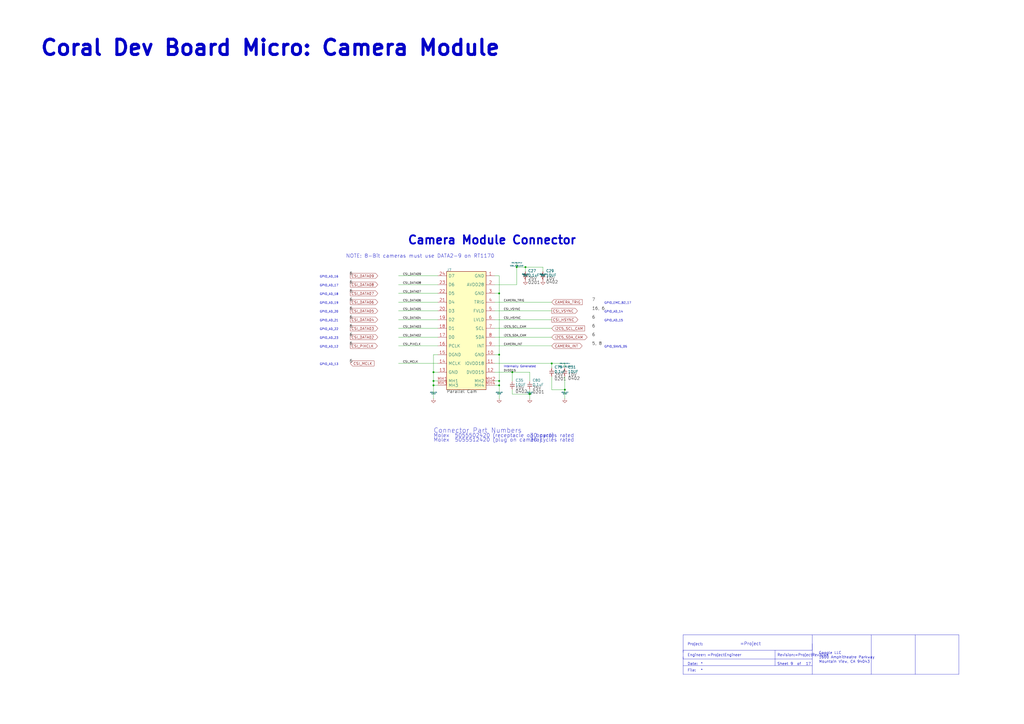
<source format=kicad_sch>
(kicad_sch (version 20230121) (generator eeschema)
  (paper "A2")
  (title_block (title "09 Parallel Camera-SchDoc") (date "31 01 2024"))
  (lib_symbols
    (symbol "09 Parallel Camera-SchDoc-rescue:1087-" (pin_names (offset 1.016))
      (property "Reference" "J" (at 0 0 0))
      (property "Value" "1087" (at 0 0 0))
      (symbol "1087-_0_1"
        (rectangle (start 0 -68.58) (end 22.86 0) (stroke (width 0.254)) (fill (type background)))
        (pin passive line (at 27.94 -2.54 180) (length 5.08) (name "GND") (number "1"))
        (pin passive line (at 27.94 -48.26 180) (length 5.08) (name "GND") (number "10"))
        (pin passive line (at 27.94 -53.34 180) (length 5.08) (name "IOVDD18") (number "11"))
        (pin passive line (at 27.94 -58.42 180) (length 5.08) (name "DVDD15") (number "12"))
        (pin passive line (at -5.08 -58.42 0) (length 5.08) (name "GND") (number "13"))
        (pin passive line (at -5.08 -53.34 0) (length 5.08) (name "MCLK") (number "14"))
        (pin passive line (at -5.08 -48.26 0) (length 5.08) (name "DGND") (number "15"))
        (pin passive line (at -5.08 -43.18 0) (length 5.08) (name "PCLK") (number "16"))
        (pin passive line (at -5.08 -38.1 0) (length 5.08) (name "D0") (number "17"))
        (pin passive line (at -5.08 -33.02 0) (length 5.08) (name "D1") (number "18"))
        (pin passive line (at -5.08 -27.94 0) (length 5.08) (name "D2") (number "19"))
        (pin passive line (at 27.94 -7.62 180) (length 5.08) (name "AVDD28") (number "2"))
        (pin passive line (at -5.08 -22.86 0) (length 5.08) (name "D3") (number "20"))
        (pin passive line (at -5.08 -17.78 0) (length 5.08) (name "D4") (number "21"))
        (pin passive line (at -5.08 -12.7 0) (length 5.08) (name "D5") (number "22"))
        (pin passive line (at -5.08 -7.62 0) (length 5.08) (name "D6") (number "23"))
        (pin passive line (at -5.08 -2.54 0) (length 5.08) (name "D7") (number "24"))
        (pin passive line (at 27.94 -12.7 180) (length 5.08) (name "GND") (number "3"))
        (pin passive line (at 27.94 -17.78 180) (length 5.08) (name "TRIG") (number "4"))
        (pin passive line (at 27.94 -22.86 180) (length 5.08) (name "FVLD") (number "5"))
        (pin passive line (at 27.94 -27.94 180) (length 5.08) (name "LVLD") (number "6"))
        (pin passive line (at 27.94 -33.02 180) (length 5.08) (name "SCL") (number "7"))
        (pin passive line (at 27.94 -38.1 180) (length 5.08) (name "SDA") (number "8"))
        (pin passive line (at 27.94 -43.18 180) (length 5.08) (name "INT") (number "9"))
        (pin passive line (at -5.08 -63.5 0) (length 5.08) (name "MH1") (number "MH1"))
        (pin passive line (at 27.94 -63.5 180) (length 5.08) (name "MH2") (number "MH2"))
        (pin passive line (at -5.08 -66.04 0) (length 5.08) (name "MH3") (number "MH3"))
        (pin passive line (at 27.94 -66.04 180) (length 5.08) (name "MH4") (number "MH4"))
      )
    )
    (symbol "09 Parallel Camera-SchDoc-rescue:__Template_Cap-" (pin_names (offset 1.016))
      (property "Reference" "C" (at 1.524 -0.508 0))
      (property "Value" "__Template_Cap" (at 0 0 0))
      (symbol "__Template_Cap-_0_1"
        (polyline (pts (xy 1.27 -3.048) (xy -1.27 -3.048)) (stroke (width 0.254)))
        (polyline (pts (xy 1.27 -2.032) (xy -1.27 -2.032)) (stroke (width 0.254)))
        (pin passive line (at 0 0 270) (length 2.032) (name "P") (number "1"))
        (pin passive line (at 0 -5.08 90) (length 2.032) (name "P") (number "2"))
      )
    )
    (symbol "power:GND" (power) (pin_names (offset 0))
      (property "Value" "GND" (at 0 -3.81 0))
      (symbol "GND_0_1"
        (polyline (pts (xy 0 0) (xy 0 -1.27) (xy 1.27 -1.27) (xy 0 -2.54) (xy -1.27 -1.27) (xy 0 -1.27)))
      )
      (symbol "GND_1_1"
        (pin power_in line (at 0 0 270) (length 0) hide (name "GND") (number "1"))
      )
    )
  )
  (junction (at 251.46 220.98))
  (junction (at 327.66 226.06))
  (junction (at 251.46 215.9))
  (junction (at 289.56 220.98))
  (junction (at 304.8 154.94))
  (junction (at 289.56 170.18))
  (junction (at 297.18 215.9))
  (junction (at 251.46 223.52))
  (junction (at 289.56 223.52))
  (junction (at 289.56 205.74))
  (junction (at 307.34 228.6))
  (junction (at 299.72 154.94))
  (junction (at 320.04 210.82))
  (wire (pts (xy 320.04 180.34) (xy 287.02 180.34)))
  (wire (pts (xy 307.34 228.6) (xy 297.18 228.6)))
  (wire (pts (xy 289.56 231.14) (xy 289.56 223.52)))
  (polyline (pts (xy 471.17 373.38) (xy 471.17 382.27)))
  (polyline (pts (xy 396.24 382.27) (xy 396.24 381)))
  (wire (pts (xy 289.56 170.18) (xy 287.02 170.18)))
  (polyline (pts (xy 396.24 391.16) (xy 556.26 391.16)))
  (wire (pts (xy 320.04 190.5) (xy 287.02 190.5)))
  (wire (pts (xy 314.96 157.48) (xy 314.96 154.94)))
  (wire (pts (xy 254 160.02) (xy 231.14 160.02)))
  (wire (pts (xy 289.56 220.98) (xy 289.56 223.52)))
  (wire (pts (xy 251.46 215.9) (xy 251.46 220.98)))
  (polyline (pts (xy 396.24 391.16) (xy 396.24 368.3)))
  (wire (pts (xy 307.34 226.06) (xy 307.34 228.6)))
  (wire (pts (xy 320.04 185.42) (xy 287.02 185.42)))
  (wire (pts (xy 327.66 226.06) (xy 320.04 226.06)))
  (wire (pts (xy 297.18 228.6) (xy 297.18 226.06)))
  (wire (pts (xy 254 190.5) (xy 231.14 190.5)))
  (wire (pts (xy 289.56 205.74) (xy 289.56 170.18)))
  (wire (pts (xy 307.34 215.9) (xy 307.34 220.98)))
  (wire (pts (xy 289.56 205.74) (xy 289.56 220.98)))
  (wire (pts (xy 320.04 200.66) (xy 287.02 200.66)))
  (polyline (pts (xy 449.58 386.08) (xy 449.58 377.19)))
  (wire (pts (xy 254 210.82) (xy 231.14 210.82)))
  (wire (pts (xy 251.46 205.74) (xy 251.46 215.9)))
  (wire (pts (xy 287.02 205.74) (xy 289.56 205.74)))
  (wire (pts (xy 254 195.58) (xy 231.14 195.58)))
  (wire (pts (xy 251.46 220.98) (xy 251.46 223.52)))
  (wire (pts (xy 299.72 154.94) (xy 299.72 165.1)))
  (wire (pts (xy 320.04 226.06) (xy 320.04 218.44)))
  (wire (pts (xy 254 220.98) (xy 251.46 220.98)))
  (wire (pts (xy 289.56 160.02) (xy 287.02 160.02)))
  (wire (pts (xy 254 200.66) (xy 231.14 200.66)))
  (wire (pts (xy 289.56 220.98) (xy 287.02 220.98)))
  (polyline (pts (xy 471.17 368.3) (xy 471.17 377.19)))
  (wire (pts (xy 304.8 154.94) (xy 304.8 157.48)))
  (polyline (pts (xy 471.17 382.27) (xy 396.24 382.27)))
  (wire (pts (xy 327.66 210.82) (xy 320.04 210.82)))
  (wire (pts (xy 320.04 195.58) (xy 287.02 195.58)))
  (wire (pts (xy 254 175.26) (xy 231.14 175.26)))
  (wire (pts (xy 307.34 215.9) (xy 297.18 215.9)))
  (wire (pts (xy 327.66 213.36) (xy 327.66 210.82)))
  (wire (pts (xy 254 185.42) (xy 231.14 185.42)))
  (wire (pts (xy 307.34 228.6) (xy 307.34 231.14)))
  (wire (pts (xy 297.18 215.9) (xy 287.02 215.9)))
  (polyline (pts (xy 396.24 386.08) (xy 471.17 386.08)))
  (wire (pts (xy 251.46 223.52) (xy 254 223.52)))
  (wire (pts (xy 289.56 170.18) (xy 289.56 160.02)))
  (wire (pts (xy 299.72 165.1) (xy 287.02 165.1)))
  (polyline (pts (xy 505.46 391.16) (xy 505.46 368.3)))
  (wire (pts (xy 254 170.18) (xy 231.14 170.18)))
  (wire (pts (xy 304.8 154.94) (xy 299.72 154.94)))
  (polyline (pts (xy 471.17 386.08) (xy 471.17 382.27)))
  (wire (pts (xy 297.18 220.98) (xy 297.18 215.9)))
  (wire (pts (xy 327.66 231.14) (xy 327.66 226.06)))
  (wire (pts (xy 254 205.74) (xy 251.46 205.74)))
  (wire (pts (xy 299.72 152.4) (xy 299.72 154.94)))
  (wire (pts (xy 254 180.34) (xy 231.14 180.34)))
  (wire (pts (xy 254 165.1) (xy 231.14 165.1)))
  (wire (pts (xy 289.56 223.52) (xy 287.02 223.52)))
  (wire (pts (xy 320.04 210.82) (xy 287.02 210.82)))
  (polyline (pts (xy 396.24 368.3) (xy 556.26 368.3)))
  (polyline (pts (xy 471.17 391.16) (xy 471.17 386.08)))
  (polyline (pts (xy 556.26 391.16) (xy 556.26 368.3)))
  (wire (pts (xy 251.46 223.52) (xy 251.46 231.14)))
  (polyline (pts (xy 530.86 391.16) (xy 530.86 368.3)))
  (wire (pts (xy 314.96 154.94) (xy 304.8 154.94)))
  (wire (pts (xy 320.04 210.82) (xy 320.04 213.36)))
  (wire (pts (xy 327.66 226.06) (xy 327.66 218.44)))
  (polyline (pts (xy 471.17 377.19) (xy 396.24 377.19)))
  (wire (pts (xy 320.04 175.26) (xy 287.02 175.26)))
  (polyline (pts (xy 396.24 377.19) (xy 396.24 378.46)))
  (wire (pts (xy 254 215.9) (xy 251.46 215.9)))
  (text "GPIO_AD_20" (at 185.42 181.61 0) (effects (font (size 1.2192 1.2192)) (justify left bottom)))
  (text "Revision:" (at 450.85 381 0) (effects (font (size 1.524 1.524)) (justify left bottom)))
  (text "30 cycles rated" (at 307.34 256.54 0) (effects (font (size 2.1336 2.1336)) (justify left bottom)))
  (text "Mountain View, CA 94043" (at 474.98 384.81 0) (effects (font (size 1.524 1.524)) (justify left bottom)))
  (text "Engineer:" (at 398.78 381 0) (effects (font (size 1.524 1.524)) (justify left bottom)))
  (text "=ProjectEngineer" (at 410.21 381 0) (effects (font (size 1.524 1.524)) (justify left bottom)))
  (text "GPIO_AD_13" (at 185.42 212.09 0) (effects (font (size 1.2192 1.2192)) (justify left bottom)))
  (text "Google LLC" (at 474.98 379.73 0) (effects (font (size 1.524 1.524)) (justify left bottom)))
  (text "Internally Generated" (at 292.1 213.36 0) (effects (font (size 1.2192 1.2192)) (justify left bottom)))
  (text "NOTE: 8-Bit cameras must use DATA2-9 on RT1170" (at 200.66 149.86 0) (effects (font (size 2.1336 2.1336)) (justify left bottom)))
  (text "GPIO_AD_16" (at 185.42 161.29 0) (effects (font (size 1.2192 1.2192)) (justify left bottom)))
  (text "GPIO_AD_17" (at 185.42 166.37 0) (effects (font (size 1.2192 1.2192)) (justify left bottom)))
  (text "9" (at 458.47 386.08 0) (effects (font (size 1.524 1.524)) (justify left bottom)))
  (text "GPIO_AD_12" (at 185.42 201.93 0) (effects (font (size 1.2192 1.2192)) (justify left bottom)))
  (text "GPIO_AD_23" (at 185.42 196.85 0) (effects (font (size 1.2192 1.2192)) (justify left bottom)))
  (text "Coral Dev Board Micro: Camera Module" (at 22.86 33.02 0) (effects (font (size 8.8392 8.8392) (thickness 1.7678) bold) (justify left bottom)))
  (text "1600 Amphitheatre Parkway" (at 474.98 382.27 0) (effects (font (size 1.524 1.524)) (justify left bottom)))
  (text "Molex  5055502420 (receptacle on board)" (at 251.46 254 0) (effects (font (size 2.1336 2.1336)) (justify left bottom)))
  (text "Camera Module Connector" (at 236.22 142.24 0) (effects (font (size 4.8768 4.8768) (thickness 0.9754) bold) (justify left bottom)))
  (text "*" (at 406.4 386.08 0) (effects (font (size 1.524 1.524)) (justify left bottom)))
  (text "GPIO_AD_21" (at 185.42 186.69 0) (effects (font (size 1.2192 1.2192)) (justify left bottom)))
  (text "GPIO_AD_18" (at 185.42 171.45 0) (effects (font (size 1.2192 1.2192)) (justify left bottom)))
  (text "GPIO_AD_14" (at 350.52 181.61 0) (effects (font (size 1.2192 1.2192)) (justify left bottom)))
  (text "GPIO_AD_22" (at 185.42 191.77 0) (effects (font (size 1.2192 1.2192)) (justify left bottom)))
  (text "=ProjectRevision" (at 461.01 381 0) (effects (font (size 1.524 1.524)) (justify left bottom)))
  (text "of" (at 462.28 386.08 0) (effects (font (size 1.524 1.524)) (justify left bottom)))
  (text "GPIO_AD_15" (at 350.52 186.69 0) (effects (font (size 1.2192 1.2192)) (justify left bottom)))
  (text "Project:" (at 398.78 374.65 0) (effects (font (size 1.524 1.524)) (justify left bottom)))
  (text "Molex  5055512420 (plug on camera)" (at 251.46 256.54 0) (effects (font (size 2.1336 2.1336)) (justify left bottom)))
  (text "30 cycles rated" (at 307.34 254 0) (effects (font (size 2.1336 2.1336)) (justify left bottom)))
  (text "Connector Part Numbers" (at 251.46 251.46 0) (effects (font (size 2.7432 2.7432)) (justify left bottom)))
  (text "*" (at 406.4 389.89 0) (effects (font (size 1.524 1.524)) (justify left bottom)))
  (text "=Project" (at 429.26 374.65 0) (effects (font (size 1.8288 1.8288)) (justify left bottom)))
  (text "Sheet" (at 450.85 386.08 0) (effects (font (size 1.524 1.524)) (justify left bottom)))
  (text "GPIO_EMC_B2_17" (at 350.52 176.53 0) (effects (font (size 1.2192 1.2192)) (justify left bottom)))
  (text "File:" (at 398.78 389.89 0) (effects (font (size 1.524 1.524)) (justify left bottom)))
  (text "GPIO_AD_19" (at 185.42 176.53 0) (effects (font (size 1.2192 1.2192)) (justify left bottom)))
  (text "17" (at 467.36 386.08 0) (effects (font (size 1.524 1.524)) (justify left bottom)))
  (text "GPIO_SNVS_05" (at 350.52 201.93 0) (effects (font (size 1.2192 1.2192)) (justify left bottom)))
  (text "Date:" (at 398.78 386.08 0) (effects (font (size 1.524 1.524)) (justify left bottom)))
  (label "0201" (at 308.864 228.854 0) (effects (font (size 1.778 1.778))))
  (label "CAMERA_TRIG" (at 292.1 175.26 0) (effects (font (size 1.2192 1.2192))))
  (label "6" (at 202.692 180.34 0) (effects (font (size 1.778 1.778))))
  (label "25V" (at 321.564 218.948 0) (effects (font (size 1.778 1.778))))
  (label "5, 8" (at 343.408 200.66 0) (effects (font (size 1.778 1.778))))
  (label "0201" (at 321.564 221.234 0) (effects (font (size 1.778 1.778))))
  (label "CSI_DATA06" (at 233.68 175.26 0) (effects (font (size 1.2192 1.2192))))
  (label "CSI_VSYNC" (at 292.1 180.34 0) (effects (font (size 1.2192 1.2192))))
  (label "CSI_DATA05" (at 233.68 180.34 0) (effects (font (size 1.2192 1.2192))))
  (label "I2C5_SCL_CAM" (at 292.1 190.5 0) (effects (font (size 1.2192 1.2192))))
  (label "6" (at 343.408 190.5 0) (effects (font (size 1.778 1.778))))
  (label "10V" (at 298.958 226.568 0) (effects (font (size 1.778 1.778))))
  (label "6" (at 202.692 195.58 0) (effects (font (size 1.778 1.778))))
  (label "6" (at 202.692 200.66 0) (effects (font (size 1.778 1.778))))
  (label "CSI_HSYNC" (at 292.1 185.42 0) (effects (font (size 1.2192 1.2192))))
  (label "CSI_MCLK" (at 233.68 210.82 0) (effects (font (size 1.2192 1.2192))))
  (label "6" (at 202.692 165.1 0) (effects (font (size 1.778 1.778))))
  (label "CSI_DATA03" (at 233.68 190.5 0) (effects (font (size 1.2192 1.2192))))
  (label "16, 6" (at 343.408 180.34 0) (effects (font (size 1.778 1.778))))
  (label "CSI_DATA08" (at 233.68 165.1 0) (effects (font (size 1.2192 1.2192))))
  (label "7" (at 343.408 175.26 0) (effects (font (size 1.778 1.778))))
  (label "DVDD15" (at 292.1 215.9 0) (effects (font (size 1.2192 1.2192))))
  (label "10V" (at 316.738 163.068 0) (effects (font (size 1.778 1.778))))
  (label "0402" (at 329.438 220.98 0) (effects (font (size 1.778 1.778))))
  (label "0402" (at 298.958 228.6 0) (effects (font (size 1.778 1.778))))
  (label "Parallel Cam" (at 259.08 228.6 0) (effects (font (size 1.778 1.778))))
  (label "6" (at 343.408 185.42 0) (effects (font (size 1.778 1.778))))
  (label "0201" (at 306.324 165.354 0) (effects (font (size 1.778 1.778))))
  (label "0402" (at 316.738 165.1 0) (effects (font (size 1.778 1.778))))
  (label "CSI_PIXCLK" (at 233.68 200.66 0) (effects (font (size 1.2192 1.2192))))
  (label "CSI_DATA04" (at 233.68 185.42 0) (effects (font (size 1.2192 1.2192))))
  (label "25V" (at 308.864 226.568 0) (effects (font (size 1.778 1.778))))
  (label "CAMERA_INT" (at 292.1 200.66 0) (effects (font (size 1.2192 1.2192))))
  (label "CSI_DATA07" (at 233.68 170.18 0) (effects (font (size 1.2192 1.2192))))
  (label "10V" (at 329.438 218.948 0) (effects (font (size 1.778 1.778))))
  (label "6" (at 202.692 185.42 0) (effects (font (size 1.778 1.778))))
  (label "6" (at 202.692 210.82 0) (effects (font (size 1.778 1.778))))
  (label "CSI_DATA09" (at 233.68 160.02 0) (effects (font (size 1.2192 1.2192))))
  (label "6" (at 343.408 195.58 0) (effects (font (size 1.778 1.778))))
  (label "I2C5_SDA_CAM" (at 292.1 195.58 0) (effects (font (size 1.2192 1.2192))))
  (label "25V" (at 306.324 163.068 0) (effects (font (size 1.778 1.778))))
  (label "6" (at 202.692 190.5 0) (effects (font (size 1.778 1.778))))
  (label "6" (at 202.692 170.18 0) (effects (font (size 1.778 1.778))))
  (label "6" (at 202.692 160.02 0) (effects (font (size 1.778 1.778))))
  (label "CSI_DATA02" (at 233.68 195.58 0) (effects (font (size 1.2192 1.2192))))
  (label "6" (at 202.692 175.26 0) (effects (font (size 1.778 1.778))))
  (global_label "CSI_DATA08" (shape output) (at 203.2 165.1 0) (effects (font (size 1.524 1.524))) (property "Intersheetrefs" "${INTERSHEET_REFS}" (effects hide)))
  (global_label "CAMERA_INT" (shape bidirectional) (at 320.04 200.66 0) (effects (font (size 1.524 1.524))) (property "Intersheetrefs" "${INTERSHEET_REFS}" (effects hide)))
  (global_label "CSI_DATA04" (shape output) (at 203.2 185.42 0) (effects (font (size 1.524 1.524))) (property "Intersheetrefs" "${INTERSHEET_REFS}" (effects hide)))
  (global_label "I2C5_SDA_CAM" (shape bidirectional) (at 320.04 195.58 0) (effects (font (size 1.524 1.524))) (property "Intersheetrefs" "${INTERSHEET_REFS}" (effects hide)))
  (global_label "I2C5_SCL_CAM" (shape input) (at 320.04 190.5 0) (effects (font (size 1.524 1.524))) (property "Intersheetrefs" "${INTERSHEET_REFS}" (effects hide)))
  (global_label "CSI_HSYNC" (shape output) (at 320.04 185.42 0) (effects (font (size 1.524 1.524))) (property "Intersheetrefs" "${INTERSHEET_REFS}" (effects hide)))
  (global_label "CSI_PIXCLK" (shape output) (at 203.2 200.66 0) (effects (font (size 1.524 1.524))) (property "Intersheetrefs" "${INTERSHEET_REFS}" (effects hide)))
  (global_label "CSI_DATA06" (shape output) (at 203.2 175.26 0) (effects (font (size 1.524 1.524))) (property "Intersheetrefs" "${INTERSHEET_REFS}" (effects hide)))
  (global_label "CAMERA_TRIG" (shape input) (at 320.04 175.26 0) (effects (font (size 1.524 1.524))) (property "Intersheetrefs" "${INTERSHEET_REFS}" (effects hide)))
  (global_label "CSI_DATA05" (shape output) (at 203.2 180.34 0) (effects (font (size 1.524 1.524))) (property "Intersheetrefs" "${INTERSHEET_REFS}" (effects hide)))
  (global_label "CSI_MCLK" (shape input) (at 203.2 210.82 0) (effects (font (size 1.524 1.524))) (property "Intersheetrefs" "${INTERSHEET_REFS}" (effects hide)))
  (global_label "CSI_DATA03" (shape output) (at 203.2 190.5 0) (effects (font (size 1.524 1.524))) (property "Intersheetrefs" "${INTERSHEET_REFS}" (effects hide)))
  (global_label "CSI_DATA02" (shape output) (at 203.2 195.58 0) (effects (font (size 1.524 1.524))) (property "Intersheetrefs" "${INTERSHEET_REFS}" (effects hide)))
  (global_label "CSI_VSYNC" (shape output) (at 320.04 180.34 0) (effects (font (size 1.524 1.524))) (property "Intersheetrefs" "${INTERSHEET_REFS}" (effects hide)))
  (global_label "CSI_DATA09" (shape output) (at 203.2 160.02 0) (effects (font (size 1.524 1.524))) (property "Intersheetrefs" "${INTERSHEET_REFS}" (effects hide)))
  (global_label "CSI_DATA07" (shape output) (at 203.2 170.18 0) (effects (font (size 1.524 1.524))) (property "Intersheetrefs" "${INTERSHEET_REFS}" (effects hide)))
  (symbol (lib_id "09 Parallel Camera-SchDoc-rescue:1087-") (at 259.08 157.48 0) (unit 1)
    (property "Reference" "J7" (at 259.08 157.48 0) (effects (font (size 1.524 1.524)) (justify left bottom)))
    (property "MFG P/N" "Parallel Cam" (effects hide))
    (property "CrossRef" "5, 8" (effects hide))
  )
  (symbol (lib_id "09 Parallel Camera-SchDoc-rescue:__Template_Cap-") (at 304.8 157.48 0) (unit 1)
    (property "Reference" "C27" (at 306.324 157.988 0) (effects (font (size 1.524 1.524)) (justify left bottom)))
    (property "Value" "0.1uF" (at 306.324 160.528 0) (effects (font (size 1.524 1.524)) (justify left bottom)))
    (property "Package" "0201" (effects hide))
    (property "Voltage" "25V" (effects hide))
  )
  (symbol (lib_id "09 Parallel Camera-SchDoc-rescue:__Template_Cap-") (at 320.04 213.36 0) (unit 1)
    (property "Reference" "C79" (at 321.564 213.868 0) (effects (font (size 1.524 1.524)) (justify left bottom)))
    (property "Value" "0.1uF" (at 321.564 216.408 0) (effects (font (size 1.524 1.524)) (justify left bottom)))
    (property "Package" "0201" (effects hide))
    (property "Voltage" "25V" (effects hide))
  )
  (symbol (lib_id "09 Parallel Camera-SchDoc-rescue:__Template_Cap-") (at 307.34 220.98 0) (unit 1)
    (property "Reference" "C80" (at 308.864 221.488 0) (effects (font (size 1.524 1.524)) (justify left bottom)))
    (property "Value" "0.1uF" (at 308.864 224.028 0) (effects (font (size 1.524 1.524)) (justify left bottom)))
    (property "Package" "0201" (effects hide))
    (property "Voltage" "25V" (effects hide))
  )
  (symbol (lib_id "09 Parallel Camera-SchDoc-rescue:__Template_Cap-") (at 297.18 220.98 0) (unit 1)
    (property "Reference" "C35" (at 298.958 221.488 0) (effects (font (size 1.524 1.524)) (justify left bottom)))
    (property "Value" "10UF" (at 298.958 224.028 0) (effects (font (size 1.524 1.524)) (justify left bottom)))
    (property "Package" "0402" (effects hide))
    (property "Voltage" "10V" (effects hide))
  )
  (symbol (lib_id "09 Parallel Camera-SchDoc-rescue:__Template_Cap-") (at 327.66 213.36 0) (unit 1)
    (property "Reference" "C31" (at 329.438 213.868 0) (effects (font (size 1.524 1.524)) (justify left bottom)))
    (property "Value" "10UF" (at 329.438 216.408 0) (effects (font (size 1.524 1.524)) (justify left bottom)))
    (property "Package" "0402" (effects hide))
    (property "Voltage" "10V" (effects hide))
  )
  (symbol (lib_id "09 Parallel Camera-SchDoc-rescue:__Template_Cap-") (at 314.96 157.48 0) (unit 1)
    (property "Reference" "C29" (at 316.738 157.988 0) (effects (font (size 1.524 1.524)) (justify left bottom)))
    (property "Value" "10UF" (at 316.738 160.528 0) (effects (font (size 1.524 1.524)) (justify left bottom)))
    (property "Package" "0402" (effects hide))
    (property "Voltage" "10V" (effects hide))
  )
  (symbol (lib_id "power:GND") (at 289.56 231.14 0) (unit 1)
    (property "Reference" "GND_116" (at 289.56 227.584 0) (effects (font (size 0.508 0.508))))
    (property "Value" "GND" (at 289.56 228.346 0) (effects (font (size 0.762 0.762))))
  )
  (symbol (lib_id "power:GND") (at 251.46 231.14 0) (unit 1)
    (property "Reference" "GND_115" (at 251.46 227.584 0) (effects (font (size 0.508 0.508))))
    (property "Value" "GND" (at 251.46 228.346 0) (effects (font (size 0.762 0.762))))
  )
  (symbol (lib_id "power:GND") (at 304.8 162.56 0) (unit 1)
    (property "Reference" "GND_114" (at 304.8 159.004 0) (effects (font (size 0.508 0.508))))
    (property "Value" "GND" (at 304.8 159.766 0) (effects (font (size 0.762 0.762))))
  )
  (symbol (lib_id "power:GND") (at 314.96 162.56 0) (unit 1)
    (property "Reference" "GND_113" (at 314.96 159.004 0) (effects (font (size 0.508 0.508))))
    (property "Value" "GND" (at 314.96 159.766 0) (effects (font (size 0.762 0.762))))
  )
  (symbol (lib_id "power:GND") (at 327.66 231.14 0) (unit 1)
    (property "Reference" "GND_112" (at 327.66 227.584 0) (effects (font (size 0.508 0.508))))
    (property "Value" "GND" (at 327.66 228.346 0) (effects (font (size 0.762 0.762))))
  )
  (symbol (lib_id "power:GND") (at 307.34 231.14 0) (unit 1)
    (property "Reference" "GND_111" (at 307.34 227.584 0) (effects (font (size 0.508 0.508))))
    (property "Value" "GND" (at 307.34 228.346 0) (effects (font (size 0.762 0.762))))
  )
  (symbol (lib_id "power:+VDD_1V8_CAM") (at 327.66 210.82 0) (unit 1)
    (property "Reference" "VDD_1V8_CAM_4" (at 327.66 210.82 0) (effects (font (size 0.508 0.508))))
    (property "Value" "VDD_1V8_CAM" (at 327.66 212.598 0) (effects (font (size 0.762 0.762))))
  )
  (symbol (lib_id "power:+VDD_2V8_CAM") (at 299.72 152.4 0) (unit 1)
    (property "Reference" "VDD_2V8_CAM_3" (at 299.72 152.4 0) (effects (font (size 0.508 0.508))))
    (property "Value" "VDD_2V8_CAM" (at 299.72 154.178 0) (effects (font (size 0.762 0.762))))
  )
)
</source>
